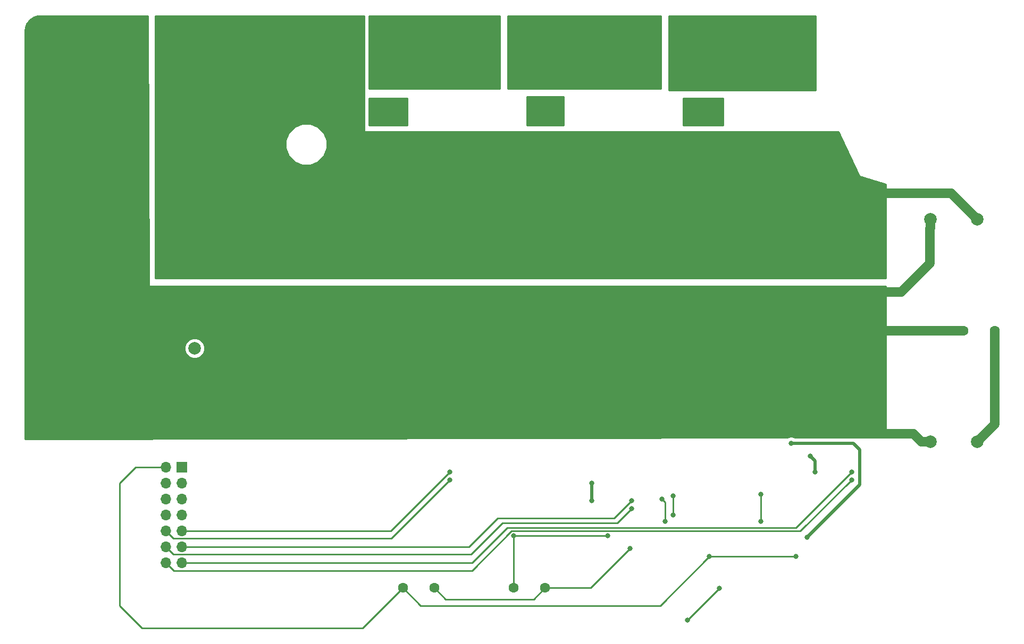
<source format=gbl>
G04 #@! TF.GenerationSoftware,KiCad,Pcbnew,5.0.2+dfsg1-1*
G04 #@! TF.CreationDate,2019-10-25T16:48:50-05:00*
G04 #@! TF.ProjectId,bldc_v1,626c6463-5f76-4312-9e6b-696361645f70,rev?*
G04 #@! TF.SameCoordinates,Original*
G04 #@! TF.FileFunction,Copper,L2,Bot*
G04 #@! TF.FilePolarity,Positive*
%FSLAX46Y46*%
G04 Gerber Fmt 4.6, Leading zero omitted, Abs format (unit mm)*
G04 Created by KiCad (PCBNEW 5.0.2+dfsg1-1) date Fri 25 Oct 2019 04:48:50 PM CDT*
%MOMM*%
%LPD*%
G01*
G04 APERTURE LIST*
G04 #@! TA.AperFunction,ComponentPad*
%ADD10C,2.000000*%
G04 #@! TD*
G04 #@! TA.AperFunction,ComponentPad*
%ADD11C,1.600000*%
G04 #@! TD*
G04 #@! TA.AperFunction,ComponentPad*
%ADD12C,3.000000*%
G04 #@! TD*
G04 #@! TA.AperFunction,ComponentPad*
%ADD13R,1.700000X1.700000*%
G04 #@! TD*
G04 #@! TA.AperFunction,ComponentPad*
%ADD14O,1.700000X1.700000*%
G04 #@! TD*
G04 #@! TA.AperFunction,ViaPad*
%ADD15C,0.800000*%
G04 #@! TD*
G04 #@! TA.AperFunction,ViaPad*
%ADD16C,1.524000*%
G04 #@! TD*
G04 #@! TA.AperFunction,Conductor*
%ADD17C,1.524000*%
G04 #@! TD*
G04 #@! TA.AperFunction,Conductor*
%ADD18C,0.254000*%
G04 #@! TD*
G04 #@! TA.AperFunction,Conductor*
%ADD19C,0.508000*%
G04 #@! TD*
G04 #@! TA.AperFunction,Conductor*
%ADD20C,0.250000*%
G04 #@! TD*
G04 APERTURE END LIST*
D10*
G04 #@! TO.P,C1,1*
G04 #@! TO.N,/48v*
X90170000Y-97536000D03*
G04 #@! TO.P,C1,2*
G04 #@! TO.N,/GND*
X90170000Y-90036000D03*
G04 #@! TD*
D11*
G04 #@! TO.P,C2,2*
G04 #@! TO.N,/GND*
X146000000Y-128220000D03*
G04 #@! TO.P,C2,1*
G04 #@! TO.N,/12v*
X141000000Y-128220000D03*
G04 #@! TD*
D10*
G04 #@! TO.P,C3,2*
G04 #@! TO.N,/GND*
X214825000Y-69448349D03*
G04 #@! TO.P,C3,1*
G04 #@! TO.N,/48v*
X207325000Y-69448349D03*
G04 #@! TD*
G04 #@! TO.P,C4,1*
G04 #@! TO.N,/48v*
X207325000Y-104900000D03*
G04 #@! TO.P,C4,2*
G04 #@! TO.N,/GND*
X214825000Y-104900000D03*
G04 #@! TD*
D11*
G04 #@! TO.P,C5,1*
G04 #@! TO.N,/5v*
X123325000Y-128220000D03*
G04 #@! TO.P,C5,2*
G04 #@! TO.N,/GND*
X128325000Y-128220000D03*
G04 #@! TD*
G04 #@! TO.P,C6,1*
G04 #@! TO.N,/48v*
X81026000Y-76200000D03*
G04 #@! TO.P,C6,2*
G04 #@! TO.N,/GND*
X86026000Y-76200000D03*
G04 #@! TD*
G04 #@! TO.P,C7,2*
G04 #@! TO.N,/GND*
X217575000Y-87200000D03*
G04 #@! TO.P,C7,1*
G04 #@! TO.N,/48v*
X212575000Y-87200000D03*
G04 #@! TD*
D12*
G04 #@! TO.P,J1,1*
G04 #@! TO.N,/48v*
X70325000Y-51850000D03*
X74125000Y-51850000D03*
X70325000Y-64350000D03*
X74125000Y-64350000D03*
G04 #@! TD*
G04 #@! TO.P,J2,1*
G04 #@! TO.N,/GND*
X92850000Y-64350000D03*
X89050000Y-64350000D03*
X92850000Y-51850000D03*
X89050000Y-51850000D03*
G04 #@! TD*
D13*
G04 #@! TO.P,J3,1*
G04 #@! TO.N,/48v*
X88138000Y-108966000D03*
D14*
G04 #@! TO.P,J3,2*
G04 #@! TO.N,/5v*
X85598000Y-108966000D03*
G04 #@! TO.P,J3,3*
G04 #@! TO.N,/12v*
X88138000Y-111506000D03*
G04 #@! TO.P,J3,4*
G04 #@! TO.N,/GND*
X85598000Y-111506000D03*
G04 #@! TO.P,J3,5*
G04 #@! TO.N,/PHASEA_FB*
X88138000Y-114046000D03*
G04 #@! TO.P,J3,6*
G04 #@! TO.N,/PHASEB_FB*
X85598000Y-114046000D03*
G04 #@! TO.P,J3,7*
G04 #@! TO.N,Net-(J3-Pad7)*
X88138000Y-116586000D03*
G04 #@! TO.P,J3,8*
G04 #@! TO.N,Net-(J3-Pad8)*
X85598000Y-116586000D03*
G04 #@! TO.P,J3,9*
G04 #@! TO.N,/LS_C_TTL_PWM*
X88138000Y-119126000D03*
G04 #@! TO.P,J3,10*
G04 #@! TO.N,/HS_C_TTL_PWM*
X85598000Y-119126000D03*
G04 #@! TO.P,J3,11*
G04 #@! TO.N,/LS_B_TTL_PWM*
X88138000Y-121666000D03*
G04 #@! TO.P,J3,12*
G04 #@! TO.N,/HS_B_TTL_PWM*
X85598000Y-121666000D03*
G04 #@! TO.P,J3,13*
G04 #@! TO.N,/LS_A_TTL_PWM*
X88138000Y-124206000D03*
G04 #@! TO.P,J3,14*
G04 #@! TO.N,/HS_A_TTL_PWM*
X85598000Y-124206000D03*
G04 #@! TD*
D12*
G04 #@! TO.P,J4,1*
G04 #@! TO.N,/PHASE_A*
X180975000Y-44880000D03*
X184975000Y-44880000D03*
G04 #@! TD*
G04 #@! TO.P,J5,1*
G04 #@! TO.N,/PHASE_B*
X160337000Y-44880000D03*
X156337000Y-44880000D03*
G04 #@! TD*
G04 #@! TO.P,J6,1*
G04 #@! TO.N,/PHASE_C*
X130810000Y-44880000D03*
X134810000Y-44880000D03*
G04 #@! TD*
D15*
G04 #@! TO.N,/48v*
X171450000Y-88646000D03*
X104140000Y-80518000D03*
X106840000Y-80518000D03*
X109540000Y-80518000D03*
X112240000Y-80518000D03*
X104140000Y-82518000D03*
X106840000Y-82518000D03*
X109540000Y-82518000D03*
X112240000Y-82518000D03*
X104140000Y-84518000D03*
X106840000Y-84518000D03*
X109540000Y-84518000D03*
X112240000Y-84518000D03*
X104140000Y-86518000D03*
X106840000Y-86518000D03*
X109540000Y-86518000D03*
X112240000Y-86518000D03*
X104140000Y-88518000D03*
X106840000Y-88518000D03*
X109540000Y-88518000D03*
X112240000Y-88518000D03*
X104140000Y-90518000D03*
X106840000Y-90518000D03*
X109540000Y-90518000D03*
X112240000Y-90518000D03*
X140101000Y-88646000D03*
X142101000Y-88646000D03*
X144101000Y-88646000D03*
X146101000Y-88646000D03*
X148101000Y-88646000D03*
X150101000Y-88646000D03*
X140101000Y-91346000D03*
X142101000Y-91346000D03*
X144101000Y-91346000D03*
X146101000Y-91346000D03*
X148101000Y-91346000D03*
X150101000Y-91346000D03*
X140101000Y-94046000D03*
X142101000Y-94046000D03*
X144101000Y-94046000D03*
X146101000Y-94046000D03*
X148101000Y-94046000D03*
X150101000Y-94046000D03*
X140101000Y-96746000D03*
X142101000Y-96746000D03*
X144101000Y-96746000D03*
X146101000Y-96746000D03*
X148101000Y-96746000D03*
X150101000Y-96746000D03*
X173350000Y-88646000D03*
X175250000Y-88646000D03*
X177150000Y-88646000D03*
X179050000Y-88646000D03*
X180950000Y-88646000D03*
X171450000Y-91346000D03*
X173350000Y-91346000D03*
X175250000Y-91346000D03*
X177150000Y-91346000D03*
X179050000Y-91346000D03*
X180950000Y-91346000D03*
X171450000Y-94046000D03*
X173350000Y-94046000D03*
X175250000Y-94046000D03*
X177150000Y-94046000D03*
X179050000Y-94046000D03*
X180950000Y-94046000D03*
X171450000Y-96746000D03*
X173350000Y-96746000D03*
X175250000Y-96746000D03*
X177150000Y-96746000D03*
X179050000Y-96746000D03*
X180950000Y-96746000D03*
X74168000Y-67135682D03*
X76200000Y-66294000D03*
X77041682Y-64262000D03*
X76200000Y-62230000D03*
X74168000Y-61388318D03*
X72136000Y-62230000D03*
X70117473Y-61420845D03*
X68118000Y-62276000D03*
X67308845Y-64294527D03*
X68164000Y-66294000D03*
X70182527Y-67103155D03*
X72182000Y-66248000D03*
X72250000Y-49784000D03*
X70198083Y-48894235D03*
X68118000Y-49716000D03*
X67228235Y-51767917D03*
X68050000Y-53848000D03*
X70101917Y-54737765D03*
X71380200Y-51748118D03*
X72154000Y-53752000D03*
X74118118Y-54621800D03*
X76122000Y-53848000D03*
X76991800Y-51883882D03*
X76218000Y-49880000D03*
X74253882Y-49010200D03*
X65024000Y-102870000D03*
X69024000Y-102870000D03*
X73024000Y-102870000D03*
X77024000Y-102870000D03*
X81024000Y-102870000D03*
X65024000Y-98870000D03*
X69024000Y-98870000D03*
X73024000Y-98870000D03*
X77024000Y-98870000D03*
X81024000Y-98870000D03*
X65024000Y-94870000D03*
X69024000Y-94870000D03*
X73024000Y-94870000D03*
X77024000Y-94870000D03*
X81024000Y-94870000D03*
X65024000Y-90870000D03*
X69024000Y-90870000D03*
X73024000Y-90870000D03*
X77024000Y-90870000D03*
X81024000Y-90870000D03*
X65024000Y-86870000D03*
X69024000Y-86870000D03*
X73024000Y-86870000D03*
X77024000Y-86870000D03*
X81024000Y-86870000D03*
G04 #@! TO.N,/GND*
X129794000Y-77470000D03*
X135587500Y-76150000D03*
X135612500Y-70450000D03*
X135612500Y-64975000D03*
X110907000Y-71347500D03*
X104962000Y-71347500D03*
X166116000Y-77978000D03*
X155702000Y-77470000D03*
X196088000Y-73406000D03*
X190246000Y-68834000D03*
D16*
X199136000Y-72390000D03*
D15*
X180594000Y-65278000D03*
X182394000Y-65278000D03*
X184194000Y-65278000D03*
X185994000Y-65278000D03*
X180594000Y-66778000D03*
X182394000Y-66778000D03*
X184194000Y-66778000D03*
X185994000Y-66778000D03*
X180594000Y-68278000D03*
X182394000Y-68278000D03*
X184194000Y-68278000D03*
X185994000Y-68278000D03*
X180594000Y-69778000D03*
X182394000Y-69778000D03*
X184194000Y-69778000D03*
X185994000Y-69778000D03*
X180594000Y-71278000D03*
X182394000Y-71278000D03*
X184194000Y-71278000D03*
X185994000Y-71278000D03*
X180594000Y-72778000D03*
X182394000Y-72778000D03*
X184194000Y-72778000D03*
X185994000Y-72778000D03*
X153924000Y-65532000D03*
X155724000Y-65532000D03*
X157524000Y-65532000D03*
X159324000Y-65532000D03*
X153924000Y-67032000D03*
X155724000Y-67032000D03*
X157524000Y-67032000D03*
X159324000Y-67032000D03*
X153924000Y-68532000D03*
X155724000Y-68532000D03*
X157524000Y-68532000D03*
X159324000Y-68532000D03*
X153924000Y-70032000D03*
X155724000Y-70032000D03*
X157524000Y-70032000D03*
X159324000Y-70032000D03*
X153924000Y-71532000D03*
X155724000Y-71532000D03*
X157524000Y-71532000D03*
X159324000Y-71532000D03*
X153924000Y-73032000D03*
X155724000Y-73032000D03*
X157524000Y-73032000D03*
X159324000Y-73032000D03*
X127762000Y-65786000D03*
X129562000Y-65786000D03*
X131362000Y-65786000D03*
X133162000Y-65786000D03*
X127762000Y-67186000D03*
X129562000Y-67186000D03*
X131362000Y-67186000D03*
X133162000Y-67186000D03*
X127762000Y-68586000D03*
X129562000Y-68586000D03*
X131362000Y-68586000D03*
X133162000Y-68586000D03*
X127762000Y-69986000D03*
X129562000Y-69986000D03*
X131362000Y-69986000D03*
X133162000Y-69986000D03*
X127762000Y-71386000D03*
X129562000Y-71386000D03*
X131362000Y-71386000D03*
X133162000Y-71386000D03*
X127762000Y-72786000D03*
X129562000Y-72786000D03*
X131362000Y-72786000D03*
X133162000Y-72786000D03*
X159512000Y-121920000D03*
X164592000Y-114046000D03*
X165100000Y-117602000D03*
X90932000Y-49784000D03*
X88900000Y-48942318D03*
X86868000Y-49784000D03*
X86026318Y-51816000D03*
X86868000Y-53848000D03*
X88900000Y-54689682D03*
X90932000Y-53848000D03*
X92964000Y-54689682D03*
X94996000Y-53848000D03*
X95837682Y-51816000D03*
X94996000Y-49784000D03*
X92964000Y-48942318D03*
X90932000Y-62230000D03*
X92964000Y-67135682D03*
X94996000Y-66294000D03*
X95837682Y-64262000D03*
X94996000Y-62230000D03*
X92964000Y-61388318D03*
X88900000Y-61388318D03*
X86868000Y-62230000D03*
X86026318Y-64262000D03*
X86868000Y-66294000D03*
X88900000Y-67135682D03*
X90932000Y-66294000D03*
X100584000Y-38862000D03*
X98584000Y-39862000D03*
X100584000Y-42862000D03*
X98584000Y-43862000D03*
X100584000Y-46862000D03*
X98584000Y-47862000D03*
X100584000Y-50862000D03*
X98584000Y-51862000D03*
X100584000Y-54862000D03*
X98584000Y-55862000D03*
X100584000Y-58862000D03*
X98584000Y-59862000D03*
X100584000Y-62862000D03*
X98584000Y-63862000D03*
X100584000Y-66862000D03*
X98584000Y-67862000D03*
X100584000Y-70862000D03*
X98584000Y-71862000D03*
X101092000Y-76962000D03*
X98584000Y-77978000D03*
G04 #@! TO.N,/12v*
X140970000Y-119920500D03*
X155956000Y-119920499D03*
G04 #@! TO.N,/5v*
X172166000Y-123200500D03*
X185946000Y-123200500D03*
G04 #@! TO.N,/gatedrivers/PHASEA_SOURCE*
X185166000Y-105156000D03*
X187706000Y-120142000D03*
X168656000Y-50800000D03*
X170156000Y-50800000D03*
X171656000Y-50800000D03*
X173156000Y-50800000D03*
X168656000Y-52300000D03*
X170156000Y-52300000D03*
X171656000Y-52300000D03*
X173156000Y-52300000D03*
X168656000Y-53800000D03*
X170156000Y-53800000D03*
X171656000Y-53800000D03*
X173156000Y-53800000D03*
G04 #@! TO.N,/gatedrivers/PHASEB_SOURCE*
X143764000Y-50546000D03*
X145264000Y-50546000D03*
X146764000Y-50546000D03*
X148264000Y-50546000D03*
X143764000Y-52046000D03*
X145264000Y-52046000D03*
X146764000Y-52046000D03*
X148264000Y-52046000D03*
X143764000Y-53546000D03*
X145264000Y-53546000D03*
X146764000Y-53546000D03*
X148264000Y-53546000D03*
G04 #@! TO.N,/gatedrivers/PHASEC_SOURCE*
X118618000Y-50800000D03*
X120118000Y-50800000D03*
X121618000Y-50800000D03*
X123118000Y-50800000D03*
X118618000Y-52300000D03*
X120118000Y-52300000D03*
X121618000Y-52300000D03*
X123118000Y-52300000D03*
X118618000Y-53800000D03*
X120118000Y-53800000D03*
X121618000Y-53800000D03*
X123118000Y-53800000D03*
G04 #@! TO.N,/gatedrivers/HO_A*
X188976000Y-109728000D03*
X188214000Y-107188000D03*
G04 #@! TO.N,/gatedrivers/HO_B*
X153416000Y-114300000D03*
X153416000Y-111506000D03*
G04 #@! TO.N,/PHASEB_FB*
X168656000Y-133350000D03*
X173736000Y-128270000D03*
G04 #@! TO.N,/LS_C_TTL_PWM*
X130810000Y-109728000D03*
G04 #@! TO.N,/HS_C_TTL_PWM*
X130810000Y-110998000D03*
G04 #@! TO.N,/LS_B_TTL_PWM*
X159766000Y-114300000D03*
G04 #@! TO.N,/HS_B_TTL_PWM*
X159766000Y-115570000D03*
G04 #@! TO.N,/LS_A_TTL_PWM*
X194818000Y-109728000D03*
G04 #@! TO.N,/HS_A_TTL_PWM*
X194818000Y-110998000D03*
G04 #@! TO.N,/PHASE_A*
X180340000Y-117602000D03*
X180340000Y-113284000D03*
X168910000Y-48006000D03*
X170410000Y-48006000D03*
X171910000Y-48006000D03*
X173410000Y-48006000D03*
X168910000Y-46506000D03*
X170410000Y-46506000D03*
X171910000Y-46506000D03*
X173410000Y-46506000D03*
X168910000Y-45006000D03*
X170410000Y-45006000D03*
X171910000Y-45006000D03*
X173410000Y-45006000D03*
X187960000Y-42164000D03*
X185960000Y-42164000D03*
X183960000Y-42164000D03*
X181960000Y-42164000D03*
X179960000Y-42164000D03*
X177960000Y-42164000D03*
X187960000Y-44064000D03*
X177960000Y-44064000D03*
X187960000Y-45964000D03*
X177960000Y-45964000D03*
X187960000Y-47864000D03*
X185960000Y-47864000D03*
X183960000Y-47864000D03*
X181960000Y-47864000D03*
X179960000Y-47864000D03*
X177960000Y-47864000D03*
G04 #@! TO.N,/PHASE_B*
X166370000Y-116586000D03*
X166370000Y-113538000D03*
X143764000Y-47498000D03*
X145264000Y-47498000D03*
X146764000Y-47498000D03*
X148264000Y-47498000D03*
X143764000Y-45998000D03*
X145264000Y-45998000D03*
X146764000Y-45998000D03*
X148264000Y-45998000D03*
X143764000Y-44498000D03*
X145264000Y-44498000D03*
X146764000Y-44498000D03*
X148264000Y-44498000D03*
X163068000Y-42164000D03*
X161068000Y-42164000D03*
X159068000Y-42164000D03*
X157068000Y-42164000D03*
X155068000Y-42164000D03*
X153068000Y-42164000D03*
X163068000Y-44064000D03*
X153068000Y-44064000D03*
X163068000Y-45964000D03*
X153068000Y-45964000D03*
X163068000Y-47864000D03*
X161068000Y-47864000D03*
X159068000Y-47864000D03*
X157068000Y-47864000D03*
X155068000Y-47864000D03*
X153068000Y-47864000D03*
G04 #@! TO.N,/PHASE_C*
X118364000Y-47244000D03*
X119864000Y-47244000D03*
X121364000Y-47244000D03*
X122864000Y-47244000D03*
X118364000Y-45744000D03*
X119864000Y-45744000D03*
X121364000Y-45744000D03*
X122864000Y-45744000D03*
X118364000Y-44244000D03*
X119864000Y-44244000D03*
X121364000Y-44244000D03*
X122864000Y-44244000D03*
X137668000Y-42164000D03*
X135668000Y-42164000D03*
X133668000Y-42164000D03*
X131668000Y-42164000D03*
X129668000Y-42164000D03*
X127668000Y-42164000D03*
X137668000Y-44014000D03*
X127668000Y-44014000D03*
X137668000Y-45864000D03*
X127668000Y-45864000D03*
X137668000Y-47714000D03*
X135668000Y-47714000D03*
X133668000Y-47714000D03*
X131668000Y-47714000D03*
X129668000Y-47714000D03*
X127668000Y-47714000D03*
G04 #@! TD*
D17*
G04 #@! TO.N,/48v*
X205910787Y-104900000D02*
X204642787Y-103632000D01*
X207325000Y-104900000D02*
X205910787Y-104900000D01*
X204642787Y-103632000D02*
X198374000Y-103632000D01*
X212575000Y-87200000D02*
X199722000Y-87200000D01*
X207325000Y-70862562D02*
X207264000Y-70923562D01*
X207325000Y-69448349D02*
X207325000Y-70862562D01*
X207264000Y-70923562D02*
X207264000Y-76454000D01*
X207264000Y-76454000D02*
X202692000Y-81026000D01*
X202692000Y-81026000D02*
X199390000Y-81026000D01*
G04 #@! TO.N,/GND*
X214825000Y-69448349D02*
X210654651Y-65278000D01*
X210654651Y-65278000D02*
X199644000Y-65278000D01*
X217575000Y-102150000D02*
X214825000Y-104900000D01*
X217575000Y-87200000D02*
X217575000Y-102150000D01*
D18*
X146000000Y-128220000D02*
X153212000Y-128220000D01*
X153212000Y-128220000D02*
X159512000Y-121920000D01*
X164592000Y-114046000D02*
X165100000Y-114554000D01*
X165100000Y-114554000D02*
X165100000Y-117602000D01*
X130153000Y-130048000D02*
X128325000Y-128220000D01*
X146000000Y-128220000D02*
X144172000Y-130048000D01*
X144172000Y-130048000D02*
X130153000Y-130048000D01*
G04 #@! TO.N,/12v*
X141000000Y-128220000D02*
X141000000Y-119950500D01*
X141000000Y-119950500D02*
X140970000Y-119920500D01*
X140970000Y-119920500D02*
X141535686Y-119920499D01*
X141535686Y-119920499D02*
X155956000Y-119920499D01*
G04 #@! TO.N,/5v*
X85598000Y-108966000D02*
X80772000Y-108966000D01*
X80772000Y-108966000D02*
X78232000Y-111506000D01*
X78232000Y-111506000D02*
X78232000Y-131064000D01*
X78232000Y-131064000D02*
X81788000Y-134620000D01*
X116925000Y-134620000D02*
X123325000Y-128220000D01*
X81788000Y-134620000D02*
X116925000Y-134620000D01*
X172166000Y-123200500D02*
X185946000Y-123200500D01*
X164302500Y-131064000D02*
X172166000Y-123200500D01*
X123325000Y-128220000D02*
X126169000Y-131064000D01*
X126169000Y-131064000D02*
X164302500Y-131064000D01*
D19*
G04 #@! TO.N,/gatedrivers/PHASEA_SOURCE*
X196088000Y-106172000D02*
X196088000Y-111760000D01*
X195072000Y-105156000D02*
X196088000Y-106172000D01*
X185166000Y-105156000D02*
X195072000Y-105156000D01*
X196088000Y-111760000D02*
X187706000Y-120142000D01*
G04 #@! TO.N,/gatedrivers/HO_A*
X188976000Y-109728000D02*
X188976000Y-107950000D01*
X188976000Y-107950000D02*
X188214000Y-107188000D01*
G04 #@! TO.N,/gatedrivers/HO_B*
X153416000Y-114300000D02*
X153416000Y-111506000D01*
D18*
G04 #@! TO.N,/PHASEB_FB*
X168656000Y-133350000D02*
X173736000Y-128270000D01*
G04 #@! TO.N,/LS_C_TTL_PWM*
X88138000Y-119126000D02*
X121412000Y-119126000D01*
X121412000Y-119126000D02*
X130810000Y-109728000D01*
G04 #@! TO.N,/HS_C_TTL_PWM*
X121504999Y-120303001D02*
X130810000Y-110998000D01*
X85598000Y-119126000D02*
X86775001Y-120303001D01*
X86775001Y-120303001D02*
X121504999Y-120303001D01*
G04 #@! TO.N,/LS_B_TTL_PWM*
X133858000Y-121666000D02*
X138430000Y-117094000D01*
X139700000Y-117094000D02*
X156972000Y-117094000D01*
X156972000Y-117094000D02*
X159766000Y-114300000D01*
X88138000Y-121666000D02*
X133858000Y-121666000D01*
X139700000Y-117094000D02*
X138430000Y-117094000D01*
G04 #@! TO.N,/HS_B_TTL_PWM*
X86775001Y-122843001D02*
X85598000Y-121666000D01*
X134204999Y-122843001D02*
X86775001Y-122843001D01*
X139192000Y-117856000D02*
X134204999Y-122843001D01*
X159766000Y-115570000D02*
X157480000Y-117856000D01*
X157480000Y-117856000D02*
X139192000Y-117856000D01*
G04 #@! TO.N,/LS_A_TTL_PWM*
X185928000Y-118618000D02*
X194818000Y-109728000D01*
X134366000Y-124206000D02*
X88138000Y-124206000D01*
X185928000Y-118618000D02*
X139954000Y-118618000D01*
X139954000Y-118618000D02*
X134366000Y-124206000D01*
G04 #@! TO.N,/HS_A_TTL_PWM*
X85598000Y-124206000D02*
X86868000Y-125476000D01*
X86868000Y-125476000D02*
X134366000Y-125476000D01*
X134366000Y-125476000D02*
X140648501Y-119193499D01*
X140648501Y-119193499D02*
X186622501Y-119193499D01*
X186622501Y-119193499D02*
X194818000Y-110998000D01*
D20*
G04 #@! TO.N,/PHASE_A*
X180340000Y-117602000D02*
X180340000Y-113284000D01*
G04 #@! TO.N,/PHASE_B*
X166370000Y-116586000D02*
X166370000Y-113538000D01*
G04 #@! TD*
D18*
G04 #@! TO.N,/48v*
G36*
X82931002Y-80010738D02*
X82940952Y-80059282D01*
X82968721Y-80100323D01*
X83010082Y-80127613D01*
X83058000Y-80137000D01*
X200215830Y-80137000D01*
X200278669Y-104267234D01*
X195207682Y-104276573D01*
X195159556Y-104267000D01*
X195159555Y-104267000D01*
X195072000Y-104249584D01*
X194984445Y-104267000D01*
X185724350Y-104267000D01*
X185371874Y-104121000D01*
X184960126Y-104121000D01*
X184579720Y-104278569D01*
X184562111Y-104296178D01*
X63194000Y-104519692D01*
X63194000Y-89710778D01*
X88535000Y-89710778D01*
X88535000Y-90361222D01*
X88783914Y-90962153D01*
X89243847Y-91422086D01*
X89844778Y-91671000D01*
X90495222Y-91671000D01*
X91096153Y-91422086D01*
X91556086Y-90962153D01*
X91805000Y-90361222D01*
X91805000Y-89710778D01*
X91556086Y-89109847D01*
X91096153Y-88649914D01*
X90495222Y-88401000D01*
X89844778Y-88401000D01*
X89243847Y-88649914D01*
X88783914Y-89109847D01*
X88535000Y-89710778D01*
X63194000Y-89710778D01*
X63194000Y-39411248D01*
X63261388Y-38833249D01*
X63445766Y-38325295D01*
X63742057Y-37873376D01*
X64134364Y-37501742D01*
X64601641Y-37230325D01*
X65128132Y-37070866D01*
X65563619Y-37032000D01*
X82681126Y-37032000D01*
X82931002Y-80010738D01*
X82931002Y-80010738D01*
G37*
X82931002Y-80010738D02*
X82940952Y-80059282D01*
X82968721Y-80100323D01*
X83010082Y-80127613D01*
X83058000Y-80137000D01*
X200215830Y-80137000D01*
X200278669Y-104267234D01*
X195207682Y-104276573D01*
X195159556Y-104267000D01*
X195159555Y-104267000D01*
X195072000Y-104249584D01*
X194984445Y-104267000D01*
X185724350Y-104267000D01*
X185371874Y-104121000D01*
X184960126Y-104121000D01*
X184579720Y-104278569D01*
X184562111Y-104296178D01*
X63194000Y-104519692D01*
X63194000Y-89710778D01*
X88535000Y-89710778D01*
X88535000Y-90361222D01*
X88783914Y-90962153D01*
X89243847Y-91422086D01*
X89844778Y-91671000D01*
X90495222Y-91671000D01*
X91096153Y-91422086D01*
X91556086Y-90962153D01*
X91805000Y-90361222D01*
X91805000Y-89710778D01*
X91556086Y-89109847D01*
X91096153Y-88649914D01*
X90495222Y-88401000D01*
X89844778Y-88401000D01*
X89243847Y-88649914D01*
X88783914Y-89109847D01*
X88535000Y-89710778D01*
X63194000Y-89710778D01*
X63194000Y-39411248D01*
X63261388Y-38833249D01*
X63445766Y-38325295D01*
X63742057Y-37873376D01*
X64134364Y-37501742D01*
X64601641Y-37230325D01*
X65128132Y-37070866D01*
X65563619Y-37032000D01*
X82681126Y-37032000D01*
X82931002Y-80010738D01*
G04 #@! TO.N,/PHASE_C*
G36*
X138811000Y-48641000D02*
X117983000Y-48641000D01*
X117983000Y-37032000D01*
X138811000Y-37032000D01*
X138811000Y-48641000D01*
X138811000Y-48641000D01*
G37*
X138811000Y-48641000D02*
X117983000Y-48641000D01*
X117983000Y-37032000D01*
X138811000Y-37032000D01*
X138811000Y-48641000D01*
G04 #@! TO.N,/PHASE_B*
G36*
X164465000Y-48641000D02*
X140081000Y-48641000D01*
X140081000Y-37032000D01*
X164465000Y-37032000D01*
X164465000Y-48641000D01*
X164465000Y-48641000D01*
G37*
X164465000Y-48641000D02*
X140081000Y-48641000D01*
X140081000Y-37032000D01*
X164465000Y-37032000D01*
X164465000Y-48641000D01*
G04 #@! TO.N,/PHASE_A*
G36*
X189103000Y-48895000D02*
X165735000Y-48895000D01*
X165735000Y-37032000D01*
X189103000Y-37032000D01*
X189103000Y-48895000D01*
X189103000Y-48895000D01*
G37*
X189103000Y-48895000D02*
X165735000Y-48895000D01*
X165735000Y-37032000D01*
X189103000Y-37032000D01*
X189103000Y-48895000D01*
G04 #@! TO.N,/gatedrivers/PHASEC_SOURCE*
G36*
X124079000Y-54483000D02*
X117983000Y-54483000D01*
X117983000Y-50165000D01*
X124079000Y-50165000D01*
X124079000Y-54483000D01*
X124079000Y-54483000D01*
G37*
X124079000Y-54483000D02*
X117983000Y-54483000D01*
X117983000Y-50165000D01*
X124079000Y-50165000D01*
X124079000Y-54483000D01*
G04 #@! TO.N,/gatedrivers/PHASEB_SOURCE*
G36*
X148971000Y-54483000D02*
X143129000Y-54483000D01*
X143129000Y-49911000D01*
X148971000Y-49911000D01*
X148971000Y-54483000D01*
X148971000Y-54483000D01*
G37*
X148971000Y-54483000D02*
X143129000Y-54483000D01*
X143129000Y-49911000D01*
X148971000Y-49911000D01*
X148971000Y-54483000D01*
G04 #@! TO.N,/gatedrivers/PHASEA_SOURCE*
G36*
X174371000Y-54483000D02*
X168021000Y-54483000D01*
X168021000Y-50165000D01*
X174371000Y-50165000D01*
X174371000Y-54483000D01*
X174371000Y-54483000D01*
G37*
X174371000Y-54483000D02*
X168021000Y-54483000D01*
X168021000Y-50165000D01*
X174371000Y-50165000D01*
X174371000Y-54483000D01*
G04 #@! TO.N,/GND*
G36*
X117221000Y-55372000D02*
X117230667Y-55420601D01*
X117258197Y-55461803D01*
X117299399Y-55489333D01*
X117348000Y-55499000D01*
X192704944Y-55499000D01*
X195972810Y-62537481D01*
X196002045Y-62577491D01*
X196052165Y-62605839D01*
X200279000Y-63849026D01*
X200279000Y-78867000D01*
X83947000Y-78867000D01*
X83947000Y-56846573D01*
X104665000Y-56846573D01*
X104665000Y-58153427D01*
X105165111Y-59360803D01*
X106089197Y-60284889D01*
X107296573Y-60785000D01*
X108603427Y-60785000D01*
X109810803Y-60284889D01*
X110734889Y-59360803D01*
X111235000Y-58153427D01*
X111235000Y-56846573D01*
X110734889Y-55639197D01*
X109810803Y-54715111D01*
X108603427Y-54215000D01*
X107296573Y-54215000D01*
X106089197Y-54715111D01*
X105165111Y-55639197D01*
X104665000Y-56846573D01*
X83947000Y-56846573D01*
X83947000Y-37032000D01*
X117221000Y-37032000D01*
X117221000Y-55372000D01*
X117221000Y-55372000D01*
G37*
X117221000Y-55372000D02*
X117230667Y-55420601D01*
X117258197Y-55461803D01*
X117299399Y-55489333D01*
X117348000Y-55499000D01*
X192704944Y-55499000D01*
X195972810Y-62537481D01*
X196002045Y-62577491D01*
X196052165Y-62605839D01*
X200279000Y-63849026D01*
X200279000Y-78867000D01*
X83947000Y-78867000D01*
X83947000Y-56846573D01*
X104665000Y-56846573D01*
X104665000Y-58153427D01*
X105165111Y-59360803D01*
X106089197Y-60284889D01*
X107296573Y-60785000D01*
X108603427Y-60785000D01*
X109810803Y-60284889D01*
X110734889Y-59360803D01*
X111235000Y-58153427D01*
X111235000Y-56846573D01*
X110734889Y-55639197D01*
X109810803Y-54715111D01*
X108603427Y-54215000D01*
X107296573Y-54215000D01*
X106089197Y-54715111D01*
X105165111Y-55639197D01*
X104665000Y-56846573D01*
X83947000Y-56846573D01*
X83947000Y-37032000D01*
X117221000Y-37032000D01*
X117221000Y-55372000D01*
G04 #@! TD*
M02*

</source>
